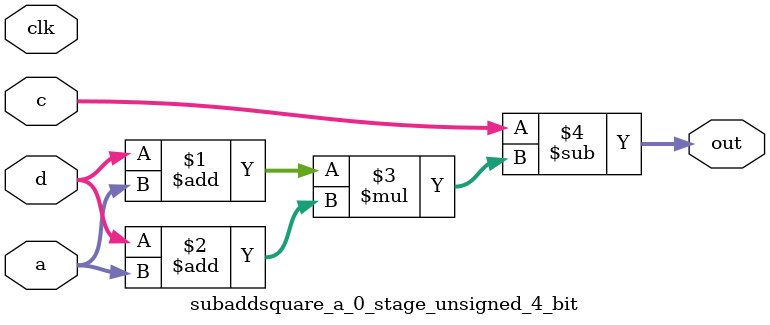
<source format=sv>
(* use_dsp = "yes" *) module subaddsquare_a_0_stage_unsigned_4_bit(
	input  [3:0] a,
	input  [3:0] c,
	input  [3:0] d,
	output [3:0] out,
	input clk);

	assign out = c - ((d + a) * (d + a));
endmodule

</source>
